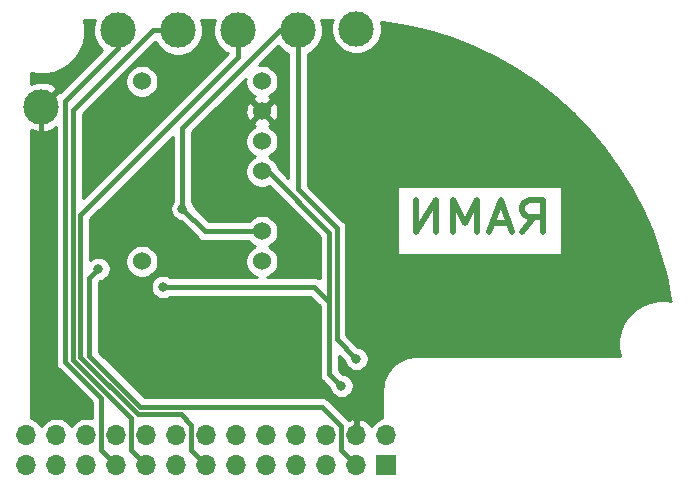
<source format=gbr>
G04 #@! TF.GenerationSoftware,KiCad,Pcbnew,(5.1.9)-1*
G04 #@! TF.CreationDate,2021-02-24T11:41:24+09:00*
G04 #@! TF.ProjectId,body,626f6479-2e6b-4696-9361-645f70636258,rev?*
G04 #@! TF.SameCoordinates,Original*
G04 #@! TF.FileFunction,Copper,L2,Bot*
G04 #@! TF.FilePolarity,Positive*
%FSLAX46Y46*%
G04 Gerber Fmt 4.6, Leading zero omitted, Abs format (unit mm)*
G04 Created by KiCad (PCBNEW (5.1.9)-1) date 2021-02-24 11:41:24*
%MOMM*%
%LPD*%
G01*
G04 APERTURE LIST*
G04 #@! TA.AperFunction,NonConductor*
%ADD10C,0.500000*%
G04 #@! TD*
G04 #@! TA.AperFunction,ComponentPad*
%ADD11C,3.000000*%
G04 #@! TD*
G04 #@! TA.AperFunction,ComponentPad*
%ADD12C,1.524000*%
G04 #@! TD*
G04 #@! TA.AperFunction,ComponentPad*
%ADD13R,1.700000X1.700000*%
G04 #@! TD*
G04 #@! TA.AperFunction,ComponentPad*
%ADD14O,1.700000X1.700000*%
G04 #@! TD*
G04 #@! TA.AperFunction,ViaPad*
%ADD15C,0.800000*%
G04 #@! TD*
G04 #@! TA.AperFunction,Conductor*
%ADD16C,0.400000*%
G04 #@! TD*
G04 #@! TA.AperFunction,Conductor*
%ADD17C,0.254000*%
G04 #@! TD*
G04 #@! TA.AperFunction,Conductor*
%ADD18C,0.100000*%
G04 #@! TD*
G04 APERTURE END LIST*
D10*
X67904857Y-41607428D02*
X68904857Y-40321714D01*
X69619142Y-41607428D02*
X69619142Y-38907428D01*
X68476285Y-38907428D01*
X68190571Y-39036000D01*
X68047714Y-39164571D01*
X67904857Y-39421714D01*
X67904857Y-39807428D01*
X68047714Y-40064571D01*
X68190571Y-40193142D01*
X68476285Y-40321714D01*
X69619142Y-40321714D01*
X66762000Y-40836000D02*
X65333428Y-40836000D01*
X67047714Y-41607428D02*
X66047714Y-38907428D01*
X65047714Y-41607428D01*
X64047714Y-41607428D02*
X64047714Y-38907428D01*
X63047714Y-40836000D01*
X62047714Y-38907428D01*
X62047714Y-41607428D01*
X60619142Y-41607428D02*
X60619142Y-38907428D01*
X58904857Y-41607428D01*
X58904857Y-38907428D01*
D11*
X43815000Y-24511000D03*
X27178000Y-30988000D03*
D12*
X35687000Y-28829000D03*
X35687000Y-44069000D03*
X45847000Y-44069000D03*
X45847000Y-41529000D03*
X45847000Y-36449000D03*
X45847000Y-33909000D03*
X45847000Y-31369000D03*
X45847000Y-28829000D03*
D13*
X56388000Y-61341000D03*
D14*
X56388000Y-58801000D03*
X53848000Y-61341000D03*
X53848000Y-58801000D03*
X51308000Y-61341000D03*
X51308000Y-58801000D03*
X48768000Y-61341000D03*
X48768000Y-58801000D03*
X46228000Y-61341000D03*
X46228000Y-58801000D03*
X43688000Y-61341000D03*
X43688000Y-58801000D03*
X41148000Y-61341000D03*
X41148000Y-58801000D03*
X38608000Y-61341000D03*
X38608000Y-58801000D03*
X36068000Y-61341000D03*
X36068000Y-58801000D03*
X33528000Y-61341000D03*
X33528000Y-58801000D03*
X30988000Y-61341000D03*
X30988000Y-58801000D03*
X28448000Y-61341000D03*
X28448000Y-58801000D03*
X25908000Y-61341000D03*
X25908000Y-58801000D03*
D11*
X53848000Y-24384000D03*
X48895000Y-24511000D03*
X33655000Y-24511000D03*
X38735000Y-24511000D03*
D15*
X44450000Y-49530000D03*
X44450000Y-50800000D03*
X44450000Y-52070000D03*
X45720000Y-52070000D03*
X45720000Y-50800000D03*
X45720000Y-49530000D03*
X36830000Y-49530000D03*
X36830000Y-50800000D03*
X36830000Y-52070000D03*
X35560000Y-52070000D03*
X35560000Y-50800000D03*
X35560000Y-49530000D03*
X31750000Y-33020000D03*
X38100000Y-34290000D03*
X41402000Y-25908000D03*
X49530000Y-44450000D03*
X26797000Y-41402000D03*
X40894000Y-37846000D03*
X51054000Y-28702000D03*
X37465000Y-46228000D03*
X52578000Y-54609976D03*
X32004000Y-44704000D03*
X53848000Y-52324000D03*
X39116000Y-39624000D03*
D16*
X27178000Y-48768000D02*
X27940000Y-49530000D01*
X27178000Y-41402000D02*
X27178000Y-48768000D01*
X27178000Y-30988000D02*
X27178000Y-41402000D01*
X50292000Y-46228000D02*
X38030685Y-46228000D01*
X51562000Y-47498000D02*
X50292000Y-46228000D01*
X38030685Y-46228000D02*
X37465000Y-46228000D01*
X51562000Y-47498000D02*
X51562000Y-53593976D01*
X51562000Y-53593976D02*
X52578000Y-54609976D01*
X46355000Y-36449000D02*
X45847000Y-36449000D01*
X51562000Y-41656000D02*
X46355000Y-36449000D01*
X51562000Y-47498000D02*
X51562000Y-41656000D01*
X31242000Y-45466000D02*
X32004000Y-44704000D01*
X31242000Y-52070000D02*
X31242000Y-45466000D01*
X35560000Y-56388000D02*
X31242000Y-52070000D01*
X50927000Y-56388000D02*
X35560000Y-56388000D01*
X52578000Y-58039000D02*
X50927000Y-56388000D01*
X52578000Y-60071000D02*
X52578000Y-58039000D01*
X53848000Y-61341000D02*
X52578000Y-60071000D01*
X43815000Y-26797000D02*
X43815000Y-24511000D01*
X30480000Y-40132000D02*
X43815000Y-26797000D01*
X30480000Y-52156543D02*
X30480000Y-40132000D01*
X35311468Y-56988011D02*
X30480000Y-52156543D01*
X38954011Y-56988011D02*
X35311468Y-56988011D01*
X39878000Y-57912000D02*
X38954011Y-56988011D01*
X39878000Y-60071000D02*
X39878000Y-57912000D01*
X41148000Y-61341000D02*
X39878000Y-60071000D01*
X29879989Y-31244691D02*
X36613680Y-24511000D01*
X36613680Y-24511000D02*
X38735000Y-24511000D01*
X34798000Y-60071000D02*
X34798000Y-57323086D01*
X29879989Y-52405075D02*
X29879989Y-31244691D01*
X36068000Y-61341000D02*
X34798000Y-60071000D01*
X34798000Y-57323086D02*
X29879989Y-52405075D01*
X33655000Y-26035000D02*
X33655000Y-24511000D01*
X29210000Y-30480000D02*
X33655000Y-26035000D01*
X29210000Y-52583628D02*
X29210000Y-30480000D01*
X32258000Y-55631628D02*
X29210000Y-52583628D01*
X32258000Y-60071000D02*
X32258000Y-55631628D01*
X33528000Y-61341000D02*
X32258000Y-60071000D01*
X41021000Y-41529000D02*
X39116000Y-39624000D01*
X45847000Y-41529000D02*
X41021000Y-41529000D01*
X39116000Y-32766000D02*
X39116000Y-39624000D01*
X47371000Y-24511000D02*
X39116000Y-32766000D01*
X48895000Y-24511000D02*
X47371000Y-24511000D01*
X48895000Y-24511000D02*
X48895000Y-37973000D01*
X48895000Y-37973000D02*
X52162010Y-41240010D01*
X52162010Y-41240010D02*
X52162010Y-50638010D01*
X52162010Y-50638010D02*
X53848000Y-52324000D01*
D17*
X51795047Y-23761244D02*
X51713000Y-24173721D01*
X51713000Y-24594279D01*
X51795047Y-25006756D01*
X51955988Y-25395302D01*
X52189637Y-25744983D01*
X52487017Y-26042363D01*
X52836698Y-26276012D01*
X53225244Y-26436953D01*
X53637721Y-26519000D01*
X54058279Y-26519000D01*
X54470756Y-26436953D01*
X54859302Y-26276012D01*
X55208983Y-26042363D01*
X55506363Y-25744983D01*
X55740012Y-25395302D01*
X55900953Y-25006756D01*
X55983000Y-24594279D01*
X55983000Y-24173721D01*
X55908977Y-23801582D01*
X56025847Y-23811743D01*
X58019267Y-24129927D01*
X59984815Y-24589815D01*
X61912471Y-25189065D01*
X63792336Y-25924597D01*
X65614808Y-26792657D01*
X67370548Y-27788795D01*
X69050573Y-28907914D01*
X70646294Y-30144293D01*
X72149529Y-31491596D01*
X73552581Y-32942922D01*
X74848269Y-34490838D01*
X76029986Y-36127455D01*
X77091650Y-37844348D01*
X78027856Y-39632776D01*
X78833794Y-41483557D01*
X79505344Y-43387224D01*
X80039069Y-45334037D01*
X80432232Y-47314010D01*
X80441788Y-47390396D01*
X80123077Y-47327000D01*
X79388923Y-47327000D01*
X78668874Y-47470227D01*
X77990604Y-47751176D01*
X77380176Y-48159050D01*
X76861050Y-48678176D01*
X76453176Y-49288604D01*
X76172227Y-49966874D01*
X76029000Y-50686923D01*
X76029000Y-51421077D01*
X76161262Y-52086000D01*
X58847678Y-52086000D01*
X58778516Y-52092812D01*
X58770953Y-52092759D01*
X58748234Y-52094987D01*
X58626101Y-52107823D01*
X58607484Y-52109657D01*
X58606863Y-52109845D01*
X58501730Y-52120895D01*
X58356557Y-52150695D01*
X58210999Y-52178461D01*
X58189145Y-52185060D01*
X57952369Y-52258355D01*
X57815770Y-52315776D01*
X57678367Y-52371290D01*
X57658212Y-52382008D01*
X57658206Y-52382010D01*
X57658201Y-52382014D01*
X57440181Y-52499896D01*
X57317309Y-52582774D01*
X57193325Y-52663906D01*
X57175643Y-52678327D01*
X57175638Y-52678331D01*
X57175634Y-52678335D01*
X56984654Y-52836328D01*
X56880226Y-52941488D01*
X56774362Y-53045157D01*
X56759811Y-53062747D01*
X56603156Y-53254825D01*
X56521156Y-53378245D01*
X56437426Y-53500529D01*
X56426569Y-53520610D01*
X56310206Y-53739458D01*
X56253732Y-53876475D01*
X56195361Y-54012662D01*
X56188611Y-54034469D01*
X56188608Y-54034477D01*
X56188606Y-54034486D01*
X56116971Y-54271751D01*
X56088184Y-54417134D01*
X56057376Y-54562070D01*
X56054990Y-54584774D01*
X56030803Y-54831452D01*
X56023000Y-54910679D01*
X56023000Y-57359510D01*
X55954842Y-57373068D01*
X55684589Y-57485010D01*
X55441368Y-57647525D01*
X55234525Y-57854368D01*
X55112805Y-58036534D01*
X55043178Y-57919645D01*
X54848269Y-57703412D01*
X54614920Y-57529359D01*
X54352099Y-57404175D01*
X54204890Y-57359524D01*
X53975000Y-57480845D01*
X53975000Y-58674000D01*
X53995000Y-58674000D01*
X53995000Y-58928000D01*
X53975000Y-58928000D01*
X53975000Y-58948000D01*
X53721000Y-58948000D01*
X53721000Y-58928000D01*
X53701000Y-58928000D01*
X53701000Y-58674000D01*
X53721000Y-58674000D01*
X53721000Y-57480845D01*
X53491110Y-57359524D01*
X53343901Y-57404175D01*
X53195295Y-57474958D01*
X53171291Y-57445709D01*
X53139432Y-57419563D01*
X51546446Y-55826579D01*
X51520291Y-55794709D01*
X51393146Y-55690364D01*
X51248087Y-55612828D01*
X51090689Y-55565082D01*
X50968019Y-55553000D01*
X50968018Y-55553000D01*
X50927000Y-55548960D01*
X50885982Y-55553000D01*
X35905868Y-55553000D01*
X32077000Y-51724133D01*
X32077000Y-45811868D01*
X32160775Y-45728092D01*
X32305898Y-45699226D01*
X32494256Y-45621205D01*
X32663774Y-45507937D01*
X32807937Y-45363774D01*
X32921205Y-45194256D01*
X32999226Y-45005898D01*
X33039000Y-44805939D01*
X33039000Y-44602061D01*
X32999226Y-44402102D01*
X32921205Y-44213744D01*
X32807937Y-44044226D01*
X32695119Y-43931408D01*
X34290000Y-43931408D01*
X34290000Y-44206592D01*
X34343686Y-44476490D01*
X34448995Y-44730727D01*
X34601880Y-44959535D01*
X34796465Y-45154120D01*
X35025273Y-45307005D01*
X35279510Y-45412314D01*
X35549408Y-45466000D01*
X35824592Y-45466000D01*
X36094490Y-45412314D01*
X36348727Y-45307005D01*
X36577535Y-45154120D01*
X36772120Y-44959535D01*
X36925005Y-44730727D01*
X37030314Y-44476490D01*
X37084000Y-44206592D01*
X37084000Y-43931408D01*
X37030314Y-43661510D01*
X36925005Y-43407273D01*
X36772120Y-43178465D01*
X36577535Y-42983880D01*
X36348727Y-42830995D01*
X36094490Y-42725686D01*
X35824592Y-42672000D01*
X35549408Y-42672000D01*
X35279510Y-42725686D01*
X35025273Y-42830995D01*
X34796465Y-42983880D01*
X34601880Y-43178465D01*
X34448995Y-43407273D01*
X34343686Y-43661510D01*
X34290000Y-43931408D01*
X32695119Y-43931408D01*
X32663774Y-43900063D01*
X32494256Y-43786795D01*
X32305898Y-43708774D01*
X32105939Y-43669000D01*
X31902061Y-43669000D01*
X31702102Y-43708774D01*
X31513744Y-43786795D01*
X31344226Y-43900063D01*
X31315000Y-43929289D01*
X31315000Y-40477867D01*
X38281000Y-33511868D01*
X38281001Y-39010714D01*
X38198795Y-39133744D01*
X38120774Y-39322102D01*
X38081000Y-39522061D01*
X38081000Y-39725939D01*
X38120774Y-39925898D01*
X38198795Y-40114256D01*
X38312063Y-40283774D01*
X38456226Y-40427937D01*
X38625744Y-40541205D01*
X38814102Y-40619226D01*
X38959225Y-40648093D01*
X40401563Y-42090432D01*
X40427709Y-42122291D01*
X40459568Y-42148437D01*
X40459570Y-42148439D01*
X40554854Y-42226636D01*
X40699913Y-42304172D01*
X40857311Y-42351918D01*
X41021000Y-42368040D01*
X41062018Y-42364000D01*
X44724773Y-42364000D01*
X44761880Y-42419535D01*
X44956465Y-42614120D01*
X45185273Y-42767005D01*
X45262515Y-42799000D01*
X45185273Y-42830995D01*
X44956465Y-42983880D01*
X44761880Y-43178465D01*
X44608995Y-43407273D01*
X44503686Y-43661510D01*
X44450000Y-43931408D01*
X44450000Y-44206592D01*
X44503686Y-44476490D01*
X44608995Y-44730727D01*
X44761880Y-44959535D01*
X44956465Y-45154120D01*
X45185273Y-45307005D01*
X45392882Y-45393000D01*
X38078285Y-45393000D01*
X37955256Y-45310795D01*
X37766898Y-45232774D01*
X37566939Y-45193000D01*
X37363061Y-45193000D01*
X37163102Y-45232774D01*
X36974744Y-45310795D01*
X36805226Y-45424063D01*
X36661063Y-45568226D01*
X36547795Y-45737744D01*
X36469774Y-45926102D01*
X36430000Y-46126061D01*
X36430000Y-46329939D01*
X36469774Y-46529898D01*
X36547795Y-46718256D01*
X36661063Y-46887774D01*
X36805226Y-47031937D01*
X36974744Y-47145205D01*
X37163102Y-47223226D01*
X37363061Y-47263000D01*
X37566939Y-47263000D01*
X37766898Y-47223226D01*
X37955256Y-47145205D01*
X38078285Y-47063000D01*
X49946133Y-47063000D01*
X50727000Y-47843868D01*
X50727001Y-53552948D01*
X50722960Y-53593976D01*
X50739082Y-53757664D01*
X50786828Y-53915062D01*
X50864364Y-54060121D01*
X50872153Y-54069612D01*
X50968710Y-54187267D01*
X51000574Y-54213417D01*
X51553907Y-54766751D01*
X51582774Y-54911874D01*
X51660795Y-55100232D01*
X51774063Y-55269750D01*
X51918226Y-55413913D01*
X52087744Y-55527181D01*
X52276102Y-55605202D01*
X52476061Y-55644976D01*
X52679939Y-55644976D01*
X52879898Y-55605202D01*
X53068256Y-55527181D01*
X53237774Y-55413913D01*
X53381937Y-55269750D01*
X53495205Y-55100232D01*
X53573226Y-54911874D01*
X53613000Y-54711915D01*
X53613000Y-54508037D01*
X53573226Y-54308078D01*
X53495205Y-54119720D01*
X53381937Y-53950202D01*
X53237774Y-53806039D01*
X53068256Y-53692771D01*
X52879898Y-53614750D01*
X52734775Y-53585883D01*
X52397000Y-53248109D01*
X52397000Y-52053868D01*
X52823908Y-52480776D01*
X52852774Y-52625898D01*
X52930795Y-52814256D01*
X53044063Y-52983774D01*
X53188226Y-53127937D01*
X53357744Y-53241205D01*
X53546102Y-53319226D01*
X53746061Y-53359000D01*
X53949939Y-53359000D01*
X54149898Y-53319226D01*
X54338256Y-53241205D01*
X54507774Y-53127937D01*
X54651937Y-52983774D01*
X54765205Y-52814256D01*
X54843226Y-52625898D01*
X54883000Y-52425939D01*
X54883000Y-52222061D01*
X54843226Y-52022102D01*
X54765205Y-51833744D01*
X54651937Y-51664226D01*
X54507774Y-51520063D01*
X54338256Y-51406795D01*
X54149898Y-51328774D01*
X54004776Y-51299908D01*
X52997010Y-50292143D01*
X52997010Y-41281028D01*
X53001050Y-41240010D01*
X52984928Y-41076321D01*
X52937182Y-40918923D01*
X52859646Y-40773864D01*
X52781449Y-40678580D01*
X52781447Y-40678578D01*
X52755301Y-40646719D01*
X52723443Y-40620574D01*
X49784868Y-37682000D01*
X57305572Y-37682000D01*
X57305572Y-43502000D01*
X71218429Y-43502000D01*
X71218429Y-37682000D01*
X57305572Y-37682000D01*
X49784868Y-37682000D01*
X49730000Y-37627133D01*
X49730000Y-26476039D01*
X49906302Y-26403012D01*
X50255983Y-26169363D01*
X50553363Y-25871983D01*
X50787012Y-25522302D01*
X50947953Y-25133756D01*
X51030000Y-24721279D01*
X51030000Y-24300721D01*
X50947953Y-23888244D01*
X50830881Y-23605607D01*
X51859521Y-23605591D01*
X51795047Y-23761244D01*
G04 #@! TA.AperFunction,Conductor*
D18*
G36*
X51795047Y-23761244D02*
G01*
X51713000Y-24173721D01*
X51713000Y-24594279D01*
X51795047Y-25006756D01*
X51955988Y-25395302D01*
X52189637Y-25744983D01*
X52487017Y-26042363D01*
X52836698Y-26276012D01*
X53225244Y-26436953D01*
X53637721Y-26519000D01*
X54058279Y-26519000D01*
X54470756Y-26436953D01*
X54859302Y-26276012D01*
X55208983Y-26042363D01*
X55506363Y-25744983D01*
X55740012Y-25395302D01*
X55900953Y-25006756D01*
X55983000Y-24594279D01*
X55983000Y-24173721D01*
X55908977Y-23801582D01*
X56025847Y-23811743D01*
X58019267Y-24129927D01*
X59984815Y-24589815D01*
X61912471Y-25189065D01*
X63792336Y-25924597D01*
X65614808Y-26792657D01*
X67370548Y-27788795D01*
X69050573Y-28907914D01*
X70646294Y-30144293D01*
X72149529Y-31491596D01*
X73552581Y-32942922D01*
X74848269Y-34490838D01*
X76029986Y-36127455D01*
X77091650Y-37844348D01*
X78027856Y-39632776D01*
X78833794Y-41483557D01*
X79505344Y-43387224D01*
X80039069Y-45334037D01*
X80432232Y-47314010D01*
X80441788Y-47390396D01*
X80123077Y-47327000D01*
X79388923Y-47327000D01*
X78668874Y-47470227D01*
X77990604Y-47751176D01*
X77380176Y-48159050D01*
X76861050Y-48678176D01*
X76453176Y-49288604D01*
X76172227Y-49966874D01*
X76029000Y-50686923D01*
X76029000Y-51421077D01*
X76161262Y-52086000D01*
X58847678Y-52086000D01*
X58778516Y-52092812D01*
X58770953Y-52092759D01*
X58748234Y-52094987D01*
X58626101Y-52107823D01*
X58607484Y-52109657D01*
X58606863Y-52109845D01*
X58501730Y-52120895D01*
X58356557Y-52150695D01*
X58210999Y-52178461D01*
X58189145Y-52185060D01*
X57952369Y-52258355D01*
X57815770Y-52315776D01*
X57678367Y-52371290D01*
X57658212Y-52382008D01*
X57658206Y-52382010D01*
X57658201Y-52382014D01*
X57440181Y-52499896D01*
X57317309Y-52582774D01*
X57193325Y-52663906D01*
X57175643Y-52678327D01*
X57175638Y-52678331D01*
X57175634Y-52678335D01*
X56984654Y-52836328D01*
X56880226Y-52941488D01*
X56774362Y-53045157D01*
X56759811Y-53062747D01*
X56603156Y-53254825D01*
X56521156Y-53378245D01*
X56437426Y-53500529D01*
X56426569Y-53520610D01*
X56310206Y-53739458D01*
X56253732Y-53876475D01*
X56195361Y-54012662D01*
X56188611Y-54034469D01*
X56188608Y-54034477D01*
X56188606Y-54034486D01*
X56116971Y-54271751D01*
X56088184Y-54417134D01*
X56057376Y-54562070D01*
X56054990Y-54584774D01*
X56030803Y-54831452D01*
X56023000Y-54910679D01*
X56023000Y-57359510D01*
X55954842Y-57373068D01*
X55684589Y-57485010D01*
X55441368Y-57647525D01*
X55234525Y-57854368D01*
X55112805Y-58036534D01*
X55043178Y-57919645D01*
X54848269Y-57703412D01*
X54614920Y-57529359D01*
X54352099Y-57404175D01*
X54204890Y-57359524D01*
X53975000Y-57480845D01*
X53975000Y-58674000D01*
X53995000Y-58674000D01*
X53995000Y-58928000D01*
X53975000Y-58928000D01*
X53975000Y-58948000D01*
X53721000Y-58948000D01*
X53721000Y-58928000D01*
X53701000Y-58928000D01*
X53701000Y-58674000D01*
X53721000Y-58674000D01*
X53721000Y-57480845D01*
X53491110Y-57359524D01*
X53343901Y-57404175D01*
X53195295Y-57474958D01*
X53171291Y-57445709D01*
X53139432Y-57419563D01*
X51546446Y-55826579D01*
X51520291Y-55794709D01*
X51393146Y-55690364D01*
X51248087Y-55612828D01*
X51090689Y-55565082D01*
X50968019Y-55553000D01*
X50968018Y-55553000D01*
X50927000Y-55548960D01*
X50885982Y-55553000D01*
X35905868Y-55553000D01*
X32077000Y-51724133D01*
X32077000Y-45811868D01*
X32160775Y-45728092D01*
X32305898Y-45699226D01*
X32494256Y-45621205D01*
X32663774Y-45507937D01*
X32807937Y-45363774D01*
X32921205Y-45194256D01*
X32999226Y-45005898D01*
X33039000Y-44805939D01*
X33039000Y-44602061D01*
X32999226Y-44402102D01*
X32921205Y-44213744D01*
X32807937Y-44044226D01*
X32695119Y-43931408D01*
X34290000Y-43931408D01*
X34290000Y-44206592D01*
X34343686Y-44476490D01*
X34448995Y-44730727D01*
X34601880Y-44959535D01*
X34796465Y-45154120D01*
X35025273Y-45307005D01*
X35279510Y-45412314D01*
X35549408Y-45466000D01*
X35824592Y-45466000D01*
X36094490Y-45412314D01*
X36348727Y-45307005D01*
X36577535Y-45154120D01*
X36772120Y-44959535D01*
X36925005Y-44730727D01*
X37030314Y-44476490D01*
X37084000Y-44206592D01*
X37084000Y-43931408D01*
X37030314Y-43661510D01*
X36925005Y-43407273D01*
X36772120Y-43178465D01*
X36577535Y-42983880D01*
X36348727Y-42830995D01*
X36094490Y-42725686D01*
X35824592Y-42672000D01*
X35549408Y-42672000D01*
X35279510Y-42725686D01*
X35025273Y-42830995D01*
X34796465Y-42983880D01*
X34601880Y-43178465D01*
X34448995Y-43407273D01*
X34343686Y-43661510D01*
X34290000Y-43931408D01*
X32695119Y-43931408D01*
X32663774Y-43900063D01*
X32494256Y-43786795D01*
X32305898Y-43708774D01*
X32105939Y-43669000D01*
X31902061Y-43669000D01*
X31702102Y-43708774D01*
X31513744Y-43786795D01*
X31344226Y-43900063D01*
X31315000Y-43929289D01*
X31315000Y-40477867D01*
X38281000Y-33511868D01*
X38281001Y-39010714D01*
X38198795Y-39133744D01*
X38120774Y-39322102D01*
X38081000Y-39522061D01*
X38081000Y-39725939D01*
X38120774Y-39925898D01*
X38198795Y-40114256D01*
X38312063Y-40283774D01*
X38456226Y-40427937D01*
X38625744Y-40541205D01*
X38814102Y-40619226D01*
X38959225Y-40648093D01*
X40401563Y-42090432D01*
X40427709Y-42122291D01*
X40459568Y-42148437D01*
X40459570Y-42148439D01*
X40554854Y-42226636D01*
X40699913Y-42304172D01*
X40857311Y-42351918D01*
X41021000Y-42368040D01*
X41062018Y-42364000D01*
X44724773Y-42364000D01*
X44761880Y-42419535D01*
X44956465Y-42614120D01*
X45185273Y-42767005D01*
X45262515Y-42799000D01*
X45185273Y-42830995D01*
X44956465Y-42983880D01*
X44761880Y-43178465D01*
X44608995Y-43407273D01*
X44503686Y-43661510D01*
X44450000Y-43931408D01*
X44450000Y-44206592D01*
X44503686Y-44476490D01*
X44608995Y-44730727D01*
X44761880Y-44959535D01*
X44956465Y-45154120D01*
X45185273Y-45307005D01*
X45392882Y-45393000D01*
X38078285Y-45393000D01*
X37955256Y-45310795D01*
X37766898Y-45232774D01*
X37566939Y-45193000D01*
X37363061Y-45193000D01*
X37163102Y-45232774D01*
X36974744Y-45310795D01*
X36805226Y-45424063D01*
X36661063Y-45568226D01*
X36547795Y-45737744D01*
X36469774Y-45926102D01*
X36430000Y-46126061D01*
X36430000Y-46329939D01*
X36469774Y-46529898D01*
X36547795Y-46718256D01*
X36661063Y-46887774D01*
X36805226Y-47031937D01*
X36974744Y-47145205D01*
X37163102Y-47223226D01*
X37363061Y-47263000D01*
X37566939Y-47263000D01*
X37766898Y-47223226D01*
X37955256Y-47145205D01*
X38078285Y-47063000D01*
X49946133Y-47063000D01*
X50727000Y-47843868D01*
X50727001Y-53552948D01*
X50722960Y-53593976D01*
X50739082Y-53757664D01*
X50786828Y-53915062D01*
X50864364Y-54060121D01*
X50872153Y-54069612D01*
X50968710Y-54187267D01*
X51000574Y-54213417D01*
X51553907Y-54766751D01*
X51582774Y-54911874D01*
X51660795Y-55100232D01*
X51774063Y-55269750D01*
X51918226Y-55413913D01*
X52087744Y-55527181D01*
X52276102Y-55605202D01*
X52476061Y-55644976D01*
X52679939Y-55644976D01*
X52879898Y-55605202D01*
X53068256Y-55527181D01*
X53237774Y-55413913D01*
X53381937Y-55269750D01*
X53495205Y-55100232D01*
X53573226Y-54911874D01*
X53613000Y-54711915D01*
X53613000Y-54508037D01*
X53573226Y-54308078D01*
X53495205Y-54119720D01*
X53381937Y-53950202D01*
X53237774Y-53806039D01*
X53068256Y-53692771D01*
X52879898Y-53614750D01*
X52734775Y-53585883D01*
X52397000Y-53248109D01*
X52397000Y-52053868D01*
X52823908Y-52480776D01*
X52852774Y-52625898D01*
X52930795Y-52814256D01*
X53044063Y-52983774D01*
X53188226Y-53127937D01*
X53357744Y-53241205D01*
X53546102Y-53319226D01*
X53746061Y-53359000D01*
X53949939Y-53359000D01*
X54149898Y-53319226D01*
X54338256Y-53241205D01*
X54507774Y-53127937D01*
X54651937Y-52983774D01*
X54765205Y-52814256D01*
X54843226Y-52625898D01*
X54883000Y-52425939D01*
X54883000Y-52222061D01*
X54843226Y-52022102D01*
X54765205Y-51833744D01*
X54651937Y-51664226D01*
X54507774Y-51520063D01*
X54338256Y-51406795D01*
X54149898Y-51328774D01*
X54004776Y-51299908D01*
X52997010Y-50292143D01*
X52997010Y-41281028D01*
X53001050Y-41240010D01*
X52984928Y-41076321D01*
X52937182Y-40918923D01*
X52859646Y-40773864D01*
X52781449Y-40678580D01*
X52781447Y-40678578D01*
X52755301Y-40646719D01*
X52723443Y-40620574D01*
X49784868Y-37682000D01*
X57305572Y-37682000D01*
X57305572Y-43502000D01*
X71218429Y-43502000D01*
X71218429Y-37682000D01*
X57305572Y-37682000D01*
X49784868Y-37682000D01*
X49730000Y-37627133D01*
X49730000Y-26476039D01*
X49906302Y-26403012D01*
X50255983Y-26169363D01*
X50553363Y-25871983D01*
X50787012Y-25522302D01*
X50947953Y-25133756D01*
X51030000Y-24721279D01*
X51030000Y-24300721D01*
X50947953Y-23888244D01*
X50830881Y-23605607D01*
X51859521Y-23605591D01*
X51795047Y-23761244D01*
G37*
G04 #@! TD.AperFunction*
D17*
X28375000Y-52542610D02*
X28370960Y-52583628D01*
X28385013Y-52726312D01*
X28387082Y-52747316D01*
X28434828Y-52904714D01*
X28512364Y-53049773D01*
X28616709Y-53176919D01*
X28648579Y-53203074D01*
X31423001Y-55977498D01*
X31423001Y-57373831D01*
X31421158Y-57373068D01*
X31134260Y-57316000D01*
X30841740Y-57316000D01*
X30554842Y-57373068D01*
X30284589Y-57485010D01*
X30041368Y-57647525D01*
X29834525Y-57854368D01*
X29718000Y-58028760D01*
X29601475Y-57854368D01*
X29394632Y-57647525D01*
X29151411Y-57485010D01*
X28881158Y-57373068D01*
X28594260Y-57316000D01*
X28301740Y-57316000D01*
X28014842Y-57373068D01*
X27744589Y-57485010D01*
X27501368Y-57647525D01*
X27294525Y-57854368D01*
X27178000Y-58028760D01*
X27061475Y-57854368D01*
X26854632Y-57647525D01*
X26611411Y-57485010D01*
X26341158Y-57373068D01*
X26273000Y-57359510D01*
X26273000Y-32923020D01*
X26396745Y-32986020D01*
X26801551Y-33100044D01*
X27220824Y-33132902D01*
X27638451Y-33083334D01*
X28038383Y-32953243D01*
X28334038Y-32795214D01*
X28375001Y-32712358D01*
X28375000Y-52542610D01*
G04 #@! TA.AperFunction,Conductor*
D18*
G36*
X28375000Y-52542610D02*
G01*
X28370960Y-52583628D01*
X28385013Y-52726312D01*
X28387082Y-52747316D01*
X28434828Y-52904714D01*
X28512364Y-53049773D01*
X28616709Y-53176919D01*
X28648579Y-53203074D01*
X31423001Y-55977498D01*
X31423001Y-57373831D01*
X31421158Y-57373068D01*
X31134260Y-57316000D01*
X30841740Y-57316000D01*
X30554842Y-57373068D01*
X30284589Y-57485010D01*
X30041368Y-57647525D01*
X29834525Y-57854368D01*
X29718000Y-58028760D01*
X29601475Y-57854368D01*
X29394632Y-57647525D01*
X29151411Y-57485010D01*
X28881158Y-57373068D01*
X28594260Y-57316000D01*
X28301740Y-57316000D01*
X28014842Y-57373068D01*
X27744589Y-57485010D01*
X27501368Y-57647525D01*
X27294525Y-57854368D01*
X27178000Y-58028760D01*
X27061475Y-57854368D01*
X26854632Y-57647525D01*
X26611411Y-57485010D01*
X26341158Y-57373068D01*
X26273000Y-57359510D01*
X26273000Y-32923020D01*
X26396745Y-32986020D01*
X26801551Y-33100044D01*
X27220824Y-33132902D01*
X27638451Y-33083334D01*
X28038383Y-32953243D01*
X28334038Y-32795214D01*
X28375001Y-32712358D01*
X28375000Y-52542610D01*
G37*
G04 #@! TD.AperFunction*
D17*
X47236637Y-25871983D02*
X47534017Y-26169363D01*
X47883698Y-26403012D01*
X48060000Y-26476039D01*
X48060001Y-36973134D01*
X47205693Y-36118826D01*
X47190314Y-36041510D01*
X47085005Y-35787273D01*
X46932120Y-35558465D01*
X46737535Y-35363880D01*
X46508727Y-35210995D01*
X46431485Y-35179000D01*
X46508727Y-35147005D01*
X46737535Y-34994120D01*
X46932120Y-34799535D01*
X47085005Y-34570727D01*
X47190314Y-34316490D01*
X47244000Y-34046592D01*
X47244000Y-33771408D01*
X47190314Y-33501510D01*
X47085005Y-33247273D01*
X46932120Y-33018465D01*
X46737535Y-32823880D01*
X46508727Y-32670995D01*
X46437057Y-32641308D01*
X46450023Y-32636636D01*
X46565980Y-32574656D01*
X46632960Y-32334565D01*
X45847000Y-31548605D01*
X45061040Y-32334565D01*
X45128020Y-32574656D01*
X45263760Y-32638485D01*
X45185273Y-32670995D01*
X44956465Y-32823880D01*
X44761880Y-33018465D01*
X44608995Y-33247273D01*
X44503686Y-33501510D01*
X44450000Y-33771408D01*
X44450000Y-34046592D01*
X44503686Y-34316490D01*
X44608995Y-34570727D01*
X44761880Y-34799535D01*
X44956465Y-34994120D01*
X45185273Y-35147005D01*
X45262515Y-35179000D01*
X45185273Y-35210995D01*
X44956465Y-35363880D01*
X44761880Y-35558465D01*
X44608995Y-35787273D01*
X44503686Y-36041510D01*
X44450000Y-36311408D01*
X44450000Y-36586592D01*
X44503686Y-36856490D01*
X44608995Y-37110727D01*
X44761880Y-37339535D01*
X44956465Y-37534120D01*
X45185273Y-37687005D01*
X45439510Y-37792314D01*
X45709408Y-37846000D01*
X45984592Y-37846000D01*
X46254490Y-37792314D01*
X46440428Y-37715295D01*
X50727001Y-42001869D01*
X50727000Y-45513716D01*
X50613087Y-45452828D01*
X50455689Y-45405082D01*
X50333019Y-45393000D01*
X50333018Y-45393000D01*
X50292000Y-45388960D01*
X50250982Y-45393000D01*
X46301118Y-45393000D01*
X46508727Y-45307005D01*
X46737535Y-45154120D01*
X46932120Y-44959535D01*
X47085005Y-44730727D01*
X47190314Y-44476490D01*
X47244000Y-44206592D01*
X47244000Y-43931408D01*
X47190314Y-43661510D01*
X47085005Y-43407273D01*
X46932120Y-43178465D01*
X46737535Y-42983880D01*
X46508727Y-42830995D01*
X46431485Y-42799000D01*
X46508727Y-42767005D01*
X46737535Y-42614120D01*
X46932120Y-42419535D01*
X47085005Y-42190727D01*
X47190314Y-41936490D01*
X47244000Y-41666592D01*
X47244000Y-41391408D01*
X47190314Y-41121510D01*
X47085005Y-40867273D01*
X46932120Y-40638465D01*
X46737535Y-40443880D01*
X46508727Y-40290995D01*
X46254490Y-40185686D01*
X45984592Y-40132000D01*
X45709408Y-40132000D01*
X45439510Y-40185686D01*
X45185273Y-40290995D01*
X44956465Y-40443880D01*
X44761880Y-40638465D01*
X44724773Y-40694000D01*
X41366869Y-40694000D01*
X40140093Y-39467225D01*
X40111226Y-39322102D01*
X40033205Y-39133744D01*
X39951000Y-39010715D01*
X39951000Y-33111867D01*
X41621850Y-31441017D01*
X44445090Y-31441017D01*
X44486078Y-31713133D01*
X44579364Y-31972023D01*
X44641344Y-32087980D01*
X44881435Y-32154960D01*
X45667395Y-31369000D01*
X46026605Y-31369000D01*
X46812565Y-32154960D01*
X47052656Y-32087980D01*
X47169756Y-31838952D01*
X47236023Y-31571865D01*
X47248910Y-31296983D01*
X47207922Y-31024867D01*
X47114636Y-30765977D01*
X47052656Y-30650020D01*
X46812565Y-30583040D01*
X46026605Y-31369000D01*
X45667395Y-31369000D01*
X44881435Y-30583040D01*
X44641344Y-30650020D01*
X44524244Y-30899048D01*
X44457977Y-31166135D01*
X44445090Y-31441017D01*
X41621850Y-31441017D01*
X44469502Y-28593367D01*
X44450000Y-28691408D01*
X44450000Y-28966592D01*
X44503686Y-29236490D01*
X44608995Y-29490727D01*
X44761880Y-29719535D01*
X44956465Y-29914120D01*
X45185273Y-30067005D01*
X45256943Y-30096692D01*
X45243977Y-30101364D01*
X45128020Y-30163344D01*
X45061040Y-30403435D01*
X45847000Y-31189395D01*
X46632960Y-30403435D01*
X46565980Y-30163344D01*
X46430240Y-30099515D01*
X46508727Y-30067005D01*
X46737535Y-29914120D01*
X46932120Y-29719535D01*
X47085005Y-29490727D01*
X47190314Y-29236490D01*
X47244000Y-28966592D01*
X47244000Y-28691408D01*
X47190314Y-28421510D01*
X47085005Y-28167273D01*
X46932120Y-27938465D01*
X46737535Y-27743880D01*
X46508727Y-27590995D01*
X46254490Y-27485686D01*
X45984592Y-27432000D01*
X45709408Y-27432000D01*
X45611367Y-27451502D01*
X47218312Y-25844557D01*
X47236637Y-25871983D01*
G04 #@! TA.AperFunction,Conductor*
D18*
G36*
X47236637Y-25871983D02*
G01*
X47534017Y-26169363D01*
X47883698Y-26403012D01*
X48060000Y-26476039D01*
X48060001Y-36973134D01*
X47205693Y-36118826D01*
X47190314Y-36041510D01*
X47085005Y-35787273D01*
X46932120Y-35558465D01*
X46737535Y-35363880D01*
X46508727Y-35210995D01*
X46431485Y-35179000D01*
X46508727Y-35147005D01*
X46737535Y-34994120D01*
X46932120Y-34799535D01*
X47085005Y-34570727D01*
X47190314Y-34316490D01*
X47244000Y-34046592D01*
X47244000Y-33771408D01*
X47190314Y-33501510D01*
X47085005Y-33247273D01*
X46932120Y-33018465D01*
X46737535Y-32823880D01*
X46508727Y-32670995D01*
X46437057Y-32641308D01*
X46450023Y-32636636D01*
X46565980Y-32574656D01*
X46632960Y-32334565D01*
X45847000Y-31548605D01*
X45061040Y-32334565D01*
X45128020Y-32574656D01*
X45263760Y-32638485D01*
X45185273Y-32670995D01*
X44956465Y-32823880D01*
X44761880Y-33018465D01*
X44608995Y-33247273D01*
X44503686Y-33501510D01*
X44450000Y-33771408D01*
X44450000Y-34046592D01*
X44503686Y-34316490D01*
X44608995Y-34570727D01*
X44761880Y-34799535D01*
X44956465Y-34994120D01*
X45185273Y-35147005D01*
X45262515Y-35179000D01*
X45185273Y-35210995D01*
X44956465Y-35363880D01*
X44761880Y-35558465D01*
X44608995Y-35787273D01*
X44503686Y-36041510D01*
X44450000Y-36311408D01*
X44450000Y-36586592D01*
X44503686Y-36856490D01*
X44608995Y-37110727D01*
X44761880Y-37339535D01*
X44956465Y-37534120D01*
X45185273Y-37687005D01*
X45439510Y-37792314D01*
X45709408Y-37846000D01*
X45984592Y-37846000D01*
X46254490Y-37792314D01*
X46440428Y-37715295D01*
X50727001Y-42001869D01*
X50727000Y-45513716D01*
X50613087Y-45452828D01*
X50455689Y-45405082D01*
X50333019Y-45393000D01*
X50333018Y-45393000D01*
X50292000Y-45388960D01*
X50250982Y-45393000D01*
X46301118Y-45393000D01*
X46508727Y-45307005D01*
X46737535Y-45154120D01*
X46932120Y-44959535D01*
X47085005Y-44730727D01*
X47190314Y-44476490D01*
X47244000Y-44206592D01*
X47244000Y-43931408D01*
X47190314Y-43661510D01*
X47085005Y-43407273D01*
X46932120Y-43178465D01*
X46737535Y-42983880D01*
X46508727Y-42830995D01*
X46431485Y-42799000D01*
X46508727Y-42767005D01*
X46737535Y-42614120D01*
X46932120Y-42419535D01*
X47085005Y-42190727D01*
X47190314Y-41936490D01*
X47244000Y-41666592D01*
X47244000Y-41391408D01*
X47190314Y-41121510D01*
X47085005Y-40867273D01*
X46932120Y-40638465D01*
X46737535Y-40443880D01*
X46508727Y-40290995D01*
X46254490Y-40185686D01*
X45984592Y-40132000D01*
X45709408Y-40132000D01*
X45439510Y-40185686D01*
X45185273Y-40290995D01*
X44956465Y-40443880D01*
X44761880Y-40638465D01*
X44724773Y-40694000D01*
X41366869Y-40694000D01*
X40140093Y-39467225D01*
X40111226Y-39322102D01*
X40033205Y-39133744D01*
X39951000Y-39010715D01*
X39951000Y-33111867D01*
X41621850Y-31441017D01*
X44445090Y-31441017D01*
X44486078Y-31713133D01*
X44579364Y-31972023D01*
X44641344Y-32087980D01*
X44881435Y-32154960D01*
X45667395Y-31369000D01*
X46026605Y-31369000D01*
X46812565Y-32154960D01*
X47052656Y-32087980D01*
X47169756Y-31838952D01*
X47236023Y-31571865D01*
X47248910Y-31296983D01*
X47207922Y-31024867D01*
X47114636Y-30765977D01*
X47052656Y-30650020D01*
X46812565Y-30583040D01*
X46026605Y-31369000D01*
X45667395Y-31369000D01*
X44881435Y-30583040D01*
X44641344Y-30650020D01*
X44524244Y-30899048D01*
X44457977Y-31166135D01*
X44445090Y-31441017D01*
X41621850Y-31441017D01*
X44469502Y-28593367D01*
X44450000Y-28691408D01*
X44450000Y-28966592D01*
X44503686Y-29236490D01*
X44608995Y-29490727D01*
X44761880Y-29719535D01*
X44956465Y-29914120D01*
X45185273Y-30067005D01*
X45256943Y-30096692D01*
X45243977Y-30101364D01*
X45128020Y-30163344D01*
X45061040Y-30403435D01*
X45847000Y-31189395D01*
X46632960Y-30403435D01*
X46565980Y-30163344D01*
X46430240Y-30099515D01*
X46508727Y-30067005D01*
X46737535Y-29914120D01*
X46932120Y-29719535D01*
X47085005Y-29490727D01*
X47190314Y-29236490D01*
X47244000Y-28966592D01*
X47244000Y-28691408D01*
X47190314Y-28421510D01*
X47085005Y-28167273D01*
X46932120Y-27938465D01*
X46737535Y-27743880D01*
X46508727Y-27590995D01*
X46254490Y-27485686D01*
X45984592Y-27432000D01*
X45709408Y-27432000D01*
X45611367Y-27451502D01*
X47218312Y-25844557D01*
X47236637Y-25871983D01*
G37*
G04 #@! TD.AperFunction*
D17*
X41762047Y-23888244D02*
X41680000Y-24300721D01*
X41680000Y-24721279D01*
X41762047Y-25133756D01*
X41922988Y-25522302D01*
X42156637Y-25871983D01*
X42454017Y-26169363D01*
X42803698Y-26403012D01*
X42962388Y-26468743D01*
X30714989Y-38716144D01*
X30714989Y-31590558D01*
X33614139Y-28691408D01*
X34290000Y-28691408D01*
X34290000Y-28966592D01*
X34343686Y-29236490D01*
X34448995Y-29490727D01*
X34601880Y-29719535D01*
X34796465Y-29914120D01*
X35025273Y-30067005D01*
X35279510Y-30172314D01*
X35549408Y-30226000D01*
X35824592Y-30226000D01*
X36094490Y-30172314D01*
X36348727Y-30067005D01*
X36577535Y-29914120D01*
X36772120Y-29719535D01*
X36925005Y-29490727D01*
X37030314Y-29236490D01*
X37084000Y-28966592D01*
X37084000Y-28691408D01*
X37030314Y-28421510D01*
X36925005Y-28167273D01*
X36772120Y-27938465D01*
X36577535Y-27743880D01*
X36348727Y-27590995D01*
X36094490Y-27485686D01*
X35824592Y-27432000D01*
X35549408Y-27432000D01*
X35279510Y-27485686D01*
X35025273Y-27590995D01*
X34796465Y-27743880D01*
X34601880Y-27938465D01*
X34448995Y-28167273D01*
X34343686Y-28421510D01*
X34290000Y-28691408D01*
X33614139Y-28691408D01*
X36825490Y-25480058D01*
X36842988Y-25522302D01*
X37076637Y-25871983D01*
X37374017Y-26169363D01*
X37723698Y-26403012D01*
X38112244Y-26563953D01*
X38524721Y-26646000D01*
X38945279Y-26646000D01*
X39357756Y-26563953D01*
X39746302Y-26403012D01*
X40095983Y-26169363D01*
X40393363Y-25871983D01*
X40627012Y-25522302D01*
X40787953Y-25133756D01*
X40870000Y-24721279D01*
X40870000Y-24300721D01*
X40787953Y-23888244D01*
X40670947Y-23605767D01*
X41879061Y-23605748D01*
X41762047Y-23888244D01*
G04 #@! TA.AperFunction,Conductor*
D18*
G36*
X41762047Y-23888244D02*
G01*
X41680000Y-24300721D01*
X41680000Y-24721279D01*
X41762047Y-25133756D01*
X41922988Y-25522302D01*
X42156637Y-25871983D01*
X42454017Y-26169363D01*
X42803698Y-26403012D01*
X42962388Y-26468743D01*
X30714989Y-38716144D01*
X30714989Y-31590558D01*
X33614139Y-28691408D01*
X34290000Y-28691408D01*
X34290000Y-28966592D01*
X34343686Y-29236490D01*
X34448995Y-29490727D01*
X34601880Y-29719535D01*
X34796465Y-29914120D01*
X35025273Y-30067005D01*
X35279510Y-30172314D01*
X35549408Y-30226000D01*
X35824592Y-30226000D01*
X36094490Y-30172314D01*
X36348727Y-30067005D01*
X36577535Y-29914120D01*
X36772120Y-29719535D01*
X36925005Y-29490727D01*
X37030314Y-29236490D01*
X37084000Y-28966592D01*
X37084000Y-28691408D01*
X37030314Y-28421510D01*
X36925005Y-28167273D01*
X36772120Y-27938465D01*
X36577535Y-27743880D01*
X36348727Y-27590995D01*
X36094490Y-27485686D01*
X35824592Y-27432000D01*
X35549408Y-27432000D01*
X35279510Y-27485686D01*
X35025273Y-27590995D01*
X34796465Y-27743880D01*
X34601880Y-27938465D01*
X34448995Y-28167273D01*
X34343686Y-28421510D01*
X34290000Y-28691408D01*
X33614139Y-28691408D01*
X36825490Y-25480058D01*
X36842988Y-25522302D01*
X37076637Y-25871983D01*
X37374017Y-26169363D01*
X37723698Y-26403012D01*
X38112244Y-26563953D01*
X38524721Y-26646000D01*
X38945279Y-26646000D01*
X39357756Y-26563953D01*
X39746302Y-26403012D01*
X40095983Y-26169363D01*
X40393363Y-25871983D01*
X40627012Y-25522302D01*
X40787953Y-25133756D01*
X40870000Y-24721279D01*
X40870000Y-24300721D01*
X40787953Y-23888244D01*
X40670947Y-23605767D01*
X41879061Y-23605748D01*
X41762047Y-23888244D01*
G37*
G04 #@! TD.AperFunction*
D17*
X31602047Y-23888244D02*
X31520000Y-24300721D01*
X31520000Y-24721279D01*
X31602047Y-25133756D01*
X31762988Y-25522302D01*
X31996637Y-25871983D01*
X32294017Y-26169363D01*
X32321443Y-26187689D01*
X28779081Y-29730052D01*
X28669653Y-29675952D01*
X27357605Y-30988000D01*
X27371748Y-31002143D01*
X27192143Y-31181748D01*
X27178000Y-31167605D01*
X27163858Y-31181748D01*
X26984253Y-31002143D01*
X26998395Y-30988000D01*
X26984253Y-30973858D01*
X27163858Y-30794253D01*
X27178000Y-30808395D01*
X28490048Y-29496347D01*
X28334038Y-29180786D01*
X27959255Y-28989980D01*
X27554449Y-28875956D01*
X27135176Y-28843098D01*
X26717549Y-28892666D01*
X26317617Y-29022757D01*
X26273000Y-29046605D01*
X26273000Y-28131000D01*
X26810923Y-28238000D01*
X27545077Y-28238000D01*
X28265126Y-28094773D01*
X28943396Y-27813824D01*
X29553824Y-27405950D01*
X30072950Y-26886824D01*
X30480824Y-26276396D01*
X30761773Y-25598126D01*
X30905000Y-24878077D01*
X30905000Y-24143923D01*
X30797985Y-23605923D01*
X31718994Y-23605908D01*
X31602047Y-23888244D01*
G04 #@! TA.AperFunction,Conductor*
D18*
G36*
X31602047Y-23888244D02*
G01*
X31520000Y-24300721D01*
X31520000Y-24721279D01*
X31602047Y-25133756D01*
X31762988Y-25522302D01*
X31996637Y-25871983D01*
X32294017Y-26169363D01*
X32321443Y-26187689D01*
X28779081Y-29730052D01*
X28669653Y-29675952D01*
X27357605Y-30988000D01*
X27371748Y-31002143D01*
X27192143Y-31181748D01*
X27178000Y-31167605D01*
X27163858Y-31181748D01*
X26984253Y-31002143D01*
X26998395Y-30988000D01*
X26984253Y-30973858D01*
X27163858Y-30794253D01*
X27178000Y-30808395D01*
X28490048Y-29496347D01*
X28334038Y-29180786D01*
X27959255Y-28989980D01*
X27554449Y-28875956D01*
X27135176Y-28843098D01*
X26717549Y-28892666D01*
X26317617Y-29022757D01*
X26273000Y-29046605D01*
X26273000Y-28131000D01*
X26810923Y-28238000D01*
X27545077Y-28238000D01*
X28265126Y-28094773D01*
X28943396Y-27813824D01*
X29553824Y-27405950D01*
X30072950Y-26886824D01*
X30480824Y-26276396D01*
X30761773Y-25598126D01*
X30905000Y-24878077D01*
X30905000Y-24143923D01*
X30797985Y-23605923D01*
X31718994Y-23605908D01*
X31602047Y-23888244D01*
G37*
G04 #@! TD.AperFunction*
M02*

</source>
